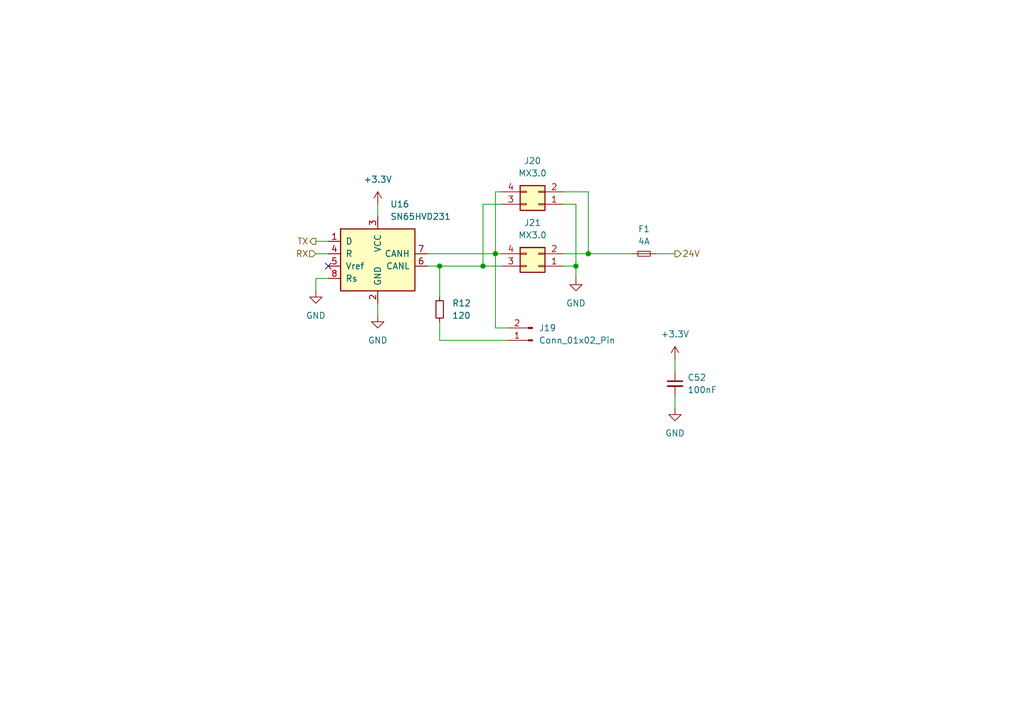
<source format=kicad_sch>
(kicad_sch (version 20250114) (generator "eeschema") (generator_version "9.0")
  (paper "A5")
  (lib_symbols
    (symbol "Connector:Conn_01x02_Pin" (pin_names (offset 1.016) (hide yes))
      (property "Reference" "J" (at 0 2.54 0))
      (property "Value" "Conn_01x02_Pin" (at 0 -5.08 0))
      (symbol "Conn_01x02_Pin_1_1"
        (rectangle (start 0.8636 0.127) (end 0 -0.127) (stroke (width 0.1524)) (fill (type outline)))
        (rectangle (start 0.8636 -2.413) (end 0 -2.667) (stroke (width 0.1524)) (fill (type outline)))
        (polyline (pts (xy 1.27 0) (xy 0.8636 0)) (stroke (width 0.1524)))
        (polyline (pts (xy 1.27 -2.54) (xy 0.8636 -2.54)) (stroke (width 0.1524)))
        (pin passive line (at 5.08 0 180) (length 3.81) (name "Pin_1") (number "1"))
        (pin passive line (at 5.08 -2.54 180) (length 3.81) (name "Pin_2") (number "2"))
      )
    )
    (symbol "Connector_Generic:Conn_02x02_Top_Bottom" (pin_names (offset 1.016) (hide yes))
      (property "Reference" "J" (at 1.27 2.54 0))
      (property "Value" "Conn_02x02_Top_Bottom" (at 1.27 -5.08 0))
      (symbol "Conn_02x02_Top_Bottom_1_1"
        (rectangle (start -1.27 1.27) (end 3.81 -3.81) (stroke (width 0.254)) (fill (type background)))
        (rectangle (start -1.27 0.127) (end 0 -0.127) (stroke (width 0.1524)))
        (rectangle (start -1.27 -2.413) (end 0 -2.667) (stroke (width 0.1524)))
        (rectangle (start 3.81 0.127) (end 2.54 -0.127) (stroke (width 0.1524)))
        (rectangle (start 3.81 -2.413) (end 2.54 -2.667) (stroke (width 0.1524)))
        (pin passive line (at -5.08 0 0) (length 3.81) (name "Pin_1") (number "1"))
        (pin passive line (at -5.08 -2.54 0) (length 3.81) (name "Pin_2") (number "2"))
        (pin passive line (at 7.62 0 180) (length 3.81) (name "Pin_3") (number "3"))
        (pin passive line (at 7.62 -2.54 180) (length 3.81) (name "Pin_4") (number "4"))
      )
    )
    (symbol "Device:C_Small" (pin_numbers (hide yes)) (pin_names (offset 0.254) (hide yes))
      (property "Reference" "C" (at 0.254 1.778 0))
      (property "Value" "C_Small" (at 0.254 -2.032 0))
      (symbol "C_Small_0_1"
        (polyline (pts (xy -1.524 0.508) (xy 1.524 0.508)) (stroke (width 0.3048)))
        (polyline (pts (xy -1.524 -0.508) (xy 1.524 -0.508)) (stroke (width 0.3302)))
      )
      (symbol "C_Small_1_1"
        (pin passive line (at 0 2.54 270) (length 2.032) (name "~") (number "1"))
        (pin passive line (at 0 -2.54 90) (length 2.032) (name "~") (number "2"))
      )
    )
    (symbol "Device:Fuse_Small" (pin_numbers (hide yes)) (pin_names (offset 0.254) (hide yes))
      (property "Reference" "F" (at 0 -1.524 0))
      (property "Value" "Fuse_Small" (at 0 1.524 0))
      (symbol "Fuse_Small_0_1"
        (rectangle (start -1.27 0.508) (end 1.27 -0.508))
        (polyline (pts (xy -1.27 0) (xy 1.27 0)))
      )
      (symbol "Fuse_Small_1_1"
        (pin passive line (at -2.54 0 0) (length 1.27) (name "~") (number "1"))
        (pin passive line (at 2.54 0 180) (length 1.27) (name "~") (number "2"))
      )
    )
    (symbol "Device:R_Small" (pin_numbers (hide yes)) (pin_names (offset 0.254) (hide yes))
      (property "Reference" "R" (at 0.762 0.508 0))
      (property "Value" "R_Small" (at 0.762 -1.016 0))
      (symbol "R_Small_0_1"
        (rectangle (start -0.762 1.778) (end 0.762 -1.778) (stroke (width 0.2032)))
      )
      (symbol "R_Small_1_1"
        (pin passive line (at 0 2.54 270) (length 0.762) (name "~") (number "1"))
        (pin passive line (at 0 -2.54 90) (length 0.762) (name "~") (number "2"))
      )
    )
    (symbol "Interface_CAN_LIN:SN65HVD231" (pin_names (offset 1.016))
      (property "Reference" "U" (at -2.54 10.16 0))
      (property "Value" "SN65HVD231" (at -2.54 7.62 0))
      (symbol "SN65HVD231_0_1"
        (rectangle (start -7.62 5.08) (end 7.62 -7.62) (stroke (width 0.254)) (fill (type background)))
      )
      (symbol "SN65HVD231_1_1"
        (pin input line (at -10.16 2.54 0) (length 2.54) (name "D") (number "1"))
        (pin output line (at -10.16 0 0) (length 2.54) (name "R") (number "4"))
        (pin output line (at -10.16 -2.54 0) (length 2.54) (name "Vref") (number "5"))
        (pin input line (at -10.16 -5.08 0) (length 2.54) (name "Rs") (number "8"))
        (pin power_in line (at 0 7.62 270) (length 2.54) (name "VCC") (number "3"))
        (pin power_in line (at 0 -10.16 90) (length 2.54) (name "GND") (number "2"))
        (pin bidirectional line (at 10.16 0 180) (length 2.54) (name "CANH") (number "7"))
        (pin bidirectional line (at 10.16 -2.54 180) (length 2.54) (name "CANL") (number "6"))
      )
    )
    (symbol "power:+3.3V" (power) (pin_numbers (hide yes)) (pin_names (offset 0) (hide yes))
      (property "Value" "+3.3V" (at 0 3.556 0))
      (symbol "+3.3V_0_1"
        (polyline (pts (xy -0.762 1.27) (xy 0 2.54)))
        (polyline (pts (xy 0 2.54) (xy 0.762 1.27)))
        (polyline (pts (xy 0 0) (xy 0 2.54)))
      )
      (symbol "+3.3V_1_1"
        (pin power_in line (at 0 0 90) (length 0) (name "~") (number "1"))
      )
    )
    (symbol "power:GND" (power) (pin_numbers (hide yes)) (pin_names (offset 0) (hide yes))
      (property "Value" "GND" (at 0 -3.81 0))
      (symbol "GND_0_1"
        (polyline (pts (xy 0 0) (xy 0 -1.27) (xy 1.27 -1.27) (xy 0 -2.54) (xy -1.27 -1.27) (xy 0 -1.27)))
      )
      (symbol "GND_1_1"
        (pin power_in line (at 0 0 270) (length 0) (name "~") (number "1"))
      )
    )
  )
  (junction (at 118.11 54.61))
  (junction (at 99.06 54.61))
  (junction (at 101.6 52.07))
  (junction (at 90.17 54.61))
  (junction (at 120.65 52.07))
  (no_connect (at 67.31 54.61))
  (wire (pts (xy 99.06 54.61) (xy 99.06 41.91)))
  (wire (pts (xy 134.62 52.07) (xy 138.43 52.07)))
  (wire (pts (xy 115.57 54.61) (xy 118.11 54.61)))
  (wire (pts (xy 77.47 41.91) (xy 77.47 44.45)))
  (wire (pts (xy 90.17 66.04) (xy 90.17 69.85)))
  (wire (pts (xy 90.17 54.61) (xy 90.17 60.96)))
  (wire (pts (xy 138.43 73.66) (xy 138.43 76.2)))
  (wire (pts (xy 64.77 52.07) (xy 67.31 52.07)))
  (wire (pts (xy 101.6 52.07) (xy 102.87 52.07)))
  (wire (pts (xy 90.17 54.61) (xy 99.06 54.61)))
  (wire (pts (xy 64.77 59.69) (xy 64.77 57.15)))
  (wire (pts (xy 115.57 41.91) (xy 118.11 41.91)))
  (wire (pts (xy 64.77 49.53) (xy 67.31 49.53)))
  (wire (pts (xy 115.57 52.07) (xy 120.65 52.07)))
  (wire (pts (xy 101.6 67.31) (xy 101.6 52.07)))
  (wire (pts (xy 138.43 81.28) (xy 138.43 83.82)))
  (wire (pts (xy 118.11 41.91) (xy 118.11 54.61)))
  (wire (pts (xy 120.65 52.07) (xy 129.54 52.07)))
  (wire (pts (xy 101.6 52.07) (xy 101.6 39.37)))
  (wire (pts (xy 87.63 54.61) (xy 90.17 54.61)))
  (wire (pts (xy 77.47 62.23) (xy 77.47 64.77)))
  (wire (pts (xy 101.6 39.37) (xy 102.87 39.37)))
  (wire (pts (xy 87.63 52.07) (xy 101.6 52.07)))
  (wire (pts (xy 90.17 69.85) (xy 104.14 69.85)))
  (wire (pts (xy 64.77 57.15) (xy 67.31 57.15)))
  (wire (pts (xy 104.14 67.31) (xy 101.6 67.31)))
  (wire (pts (xy 99.06 41.91) (xy 102.87 41.91)))
  (wire (pts (xy 99.06 54.61) (xy 102.87 54.61)))
  (wire (pts (xy 118.11 54.61) (xy 118.11 57.15)))
  (wire (pts (xy 120.65 39.37) (xy 120.65 52.07)))
  (wire (pts (xy 115.57 39.37) (xy 120.65 39.37)))
  (hierarchical_label "24V" (shape output) (at 138.43 52.07 0))
  (hierarchical_label "RX" (shape input) (at 64.77 52.07 180))
  (hierarchical_label "TX" (shape output) (at 64.77 49.53 180))
  (symbol (lib_id "power:GND") (at 77.47 64.77 0) (unit 1)
    (property "Reference" "#PWR0127" (effects (hide yes)))
    (property "Value" "GND" (at 77.47 69.85 0))
    (property "Description" "Power symbol creates a global label with name \"GND\" , ground" (effects (hide yes)))
  )
  (symbol (lib_id "Device:Fuse_Small") (at 132.08 52.07 0) (unit 1)
    (property "Reference" "F1" (at 132.08 46.99 0))
    (property "Value" "4A" (at 132.08 49.53 0))
    (property "Footprint" "Fuse:Fuseholder_Littelfuse_Nano2_157x" (effects (hide yes)))
    (property "Description" "Fuse, small symbol" (effects (hide yes)))
  )
  (symbol (lib_id "Interface_CAN_LIN:SN65HVD231") (at 77.47 52.07 0) (unit 1)
    (property "Reference" "U16" (at 80.0118 41.91 0) (effects (justify left)))
    (property "Value" "SN65HVD231" (at 80.0118 44.45 0) (effects (justify left)))
    (property "Footprint" "Package_SO:SOIC-8_3.9x4.9mm_P1.27mm" (effects (hide yes)))
    (property "Datasheet" "http://www.ti.com/lit/ds/symlink/sn65hvd230.pdf" (effects (hide yes)))
    (property "Description" "CAN Bus Transceivers, 3.3V, 1Mbps,Ultra Low-Power capabilities, SOIC-8" (effects (hide yes)))
  )
  (symbol (lib_id "power:+3.3V") (at 77.47 41.91 0) (unit 1)
    (property "Reference" "#PWR0126" (effects (hide yes)))
    (property "Value" "+3.3V" (at 77.47 36.83 0))
    (property "Description" "Power symbol creates a global label with name \"+3.3V\"" (effects (hide yes)))
  )
  (symbol (lib_id "Device:R_Small") (at 90.17 63.5 0) (unit 1)
    (property "Reference" "R12" (at 92.71 62.23 0) (effects (justify left)))
    (property "Value" "120" (at 92.71 64.77 0) (effects (justify left)))
    (property "Footprint" "Resistor_SMD:R_0603_1608Metric" (effects (hide yes)))
    (property "Description" "Resistor, small symbol" (effects (hide yes)))
  )
  (symbol (lib_id "Connector_Generic:Conn_02x02_Top_Bottom") (at 110.49 41.91 180) (unit 1)
    (property "Reference" "J20" (at 109.22 33.02 0))
    (property "Value" "MX3.0" (at 109.22 35.56 0))
    (property "Footprint" "Connector_Molex:Molex_Micro-Fit_3.0_43045-0412_2x02_P3.00mm_Vertical" (effects (hide yes)))
    (property "Description" "Generic connector, double row, 02x02, top/bottom pin numbering scheme (row 1: 1...pins_per_row, row2: pins_per_row+1 ... num_pins), script generated (kicad-library-utils/schlib/autogen/connector/)" (effects (hide yes)))
  )
  (symbol (lib_id "power:GND") (at 64.77 59.69 0) (unit 1)
    (property "Reference" "#PWR0125" (effects (hide yes)))
    (property "Value" "GND" (at 64.77 64.77 0))
    (property "Description" "Power symbol creates a global label with name \"GND\" , ground" (effects (hide yes)))
  )
  (symbol (lib_id "power:+3.3V") (at 138.43 73.66 0) (unit 1)
    (property "Reference" "#PWR0129" (effects (hide yes)))
    (property "Value" "+3.3V" (at 138.43 68.58 0))
    (property "Description" "Power symbol creates a global label with name \"+3.3V\"" (effects (hide yes)))
  )
  (symbol (lib_id "Connector_Generic:Conn_02x02_Top_Bottom") (at 110.49 54.61 180) (unit 1)
    (property "Reference" "J21" (at 109.22 45.72 0))
    (property "Value" "MX3.0" (at 109.22 48.26 0))
    (property "Footprint" "Connector_Molex:Molex_Micro-Fit_3.0_43045-0412_2x02_P3.00mm_Vertical" (effects (hide yes)))
    (property "Description" "Generic connector, double row, 02x02, top/bottom pin numbering scheme (row 1: 1...pins_per_row, row2: pins_per_row+1 ... num_pins), script generated (kicad-library-utils/schlib/autogen/connector/)" (effects (hide yes)))
  )
  (symbol (lib_id "Connector:Conn_01x02_Pin") (at 109.22 69.85 180) (unit 1)
    (property "Reference" "J19" (at 110.49 67.31 0) (effects (justify right)))
    (property "Value" "Conn_01x02_Pin" (at 110.49 69.85 0) (effects (justify right)))
    (property "Footprint" "Connector_PinHeader_2.54mm:PinHeader_1x02_P2.54mm_Vertical" (effects (hide yes)))
    (property "Description" "Generic connector, single row, 01x02, script generated" (effects (hide yes)))
  )
  (symbol (lib_id "power:GND") (at 138.43 83.82 0) (unit 1)
    (property "Reference" "#PWR0130" (effects (hide yes)))
    (property "Value" "GND" (at 138.43 88.9 0))
    (property "Description" "Power symbol creates a global label with name \"GND\" , ground" (effects (hide yes)))
  )
  (symbol (lib_id "Device:C_Small") (at 138.43 78.74 0) (unit 1)
    (property "Reference" "C52" (at 140.97 77.4763 0) (effects (justify left)))
    (property "Value" "100nF" (at 140.97 80.0163 0) (effects (justify left)))
    (property "Footprint" "Capacitor_SMD:C_0603_1608Metric" (effects (hide yes)))
    (property "Description" "Unpolarized capacitor, small symbol" (effects (hide yes)))
  )
  (symbol (lib_id "power:GND") (at 118.11 57.15 0) (unit 1)
    (property "Reference" "#PWR0128" (effects (hide yes)))
    (property "Value" "GND" (at 118.11 62.23 0))
    (property "Description" "Power symbol creates a global label with name \"GND\" , ground" (effects (hide yes)))
  )
)
</source>
